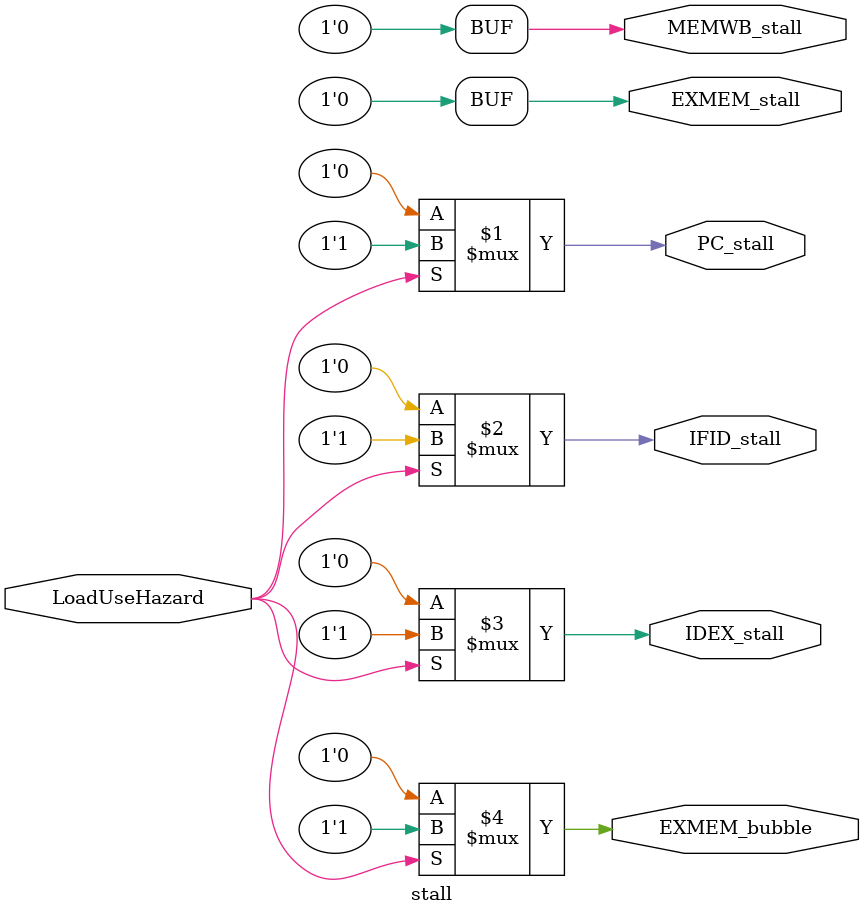
<source format=v>
`timescale 1ns / 1ps


module stall(
input LoadUseHazard,
output PC_stall,
output IFID_stall,
output IDEX_stall,
output EXMEM_bubble,
output EXMEM_stall,
output MEMWB_stall
    );
   
assign PC_stall = LoadUseHazard? 1'b1:1'b0;   
assign IFID_stall = LoadUseHazard? 1'b1:1'b0;
assign EXMEM_stall = 1'b0;
assign MEMWB_stall = 1'b0;
assign IDEX_stall = LoadUseHazard? 1'b1:1'b0;
assign EXMEM_bubble = LoadUseHazard? 1'b1:1'b0;


endmodule

</source>
